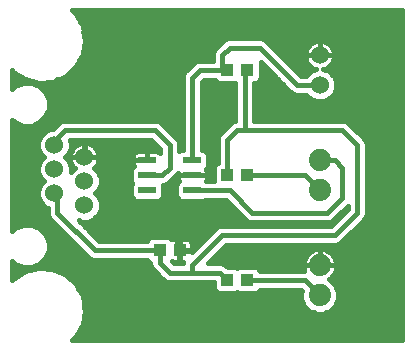
<source format=gtl>
G75*
%MOIN*%
%OFA0B0*%
%FSLAX24Y24*%
%IPPOS*%
%LPD*%
%AMOC8*
5,1,8,0,0,1.08239X$1,22.5*
%
%ADD10C,0.0600*%
%ADD11R,0.0600X0.0230*%
%ADD12R,0.0433X0.0394*%
%ADD13C,0.0740*%
%ADD14C,0.0160*%
%ADD15C,0.0376*%
D10*
X004418Y005096D03*
X004418Y005899D03*
X004418Y006702D03*
X003418Y006301D03*
X003418Y005498D03*
X003418Y007104D03*
X012262Y009100D03*
X012262Y010100D03*
D11*
X008012Y006600D03*
X008012Y006100D03*
X008012Y005600D03*
X006512Y005600D03*
X006512Y006100D03*
X006512Y006600D03*
D12*
X009178Y006100D03*
X009847Y006100D03*
X007597Y003600D03*
X006928Y003600D03*
X009178Y002600D03*
X009847Y002600D03*
X009847Y009600D03*
X009178Y009600D03*
D13*
X012262Y006600D03*
X012262Y005600D03*
X012262Y003100D03*
X012262Y002100D03*
D14*
X002012Y002596D02*
X002012Y003230D01*
X002109Y003134D01*
X002370Y003025D01*
X002654Y003025D01*
X002916Y003134D01*
X003116Y003334D01*
X003225Y003596D01*
X003225Y003880D01*
X003116Y004141D01*
X002916Y004342D01*
X002654Y004450D01*
X002370Y004450D01*
X002109Y004342D01*
X002012Y004245D01*
X002012Y007955D01*
X002109Y007858D01*
X002370Y007750D01*
X002654Y007750D01*
X002916Y007858D01*
X003116Y008059D01*
X003225Y008320D01*
X003225Y008604D01*
X003116Y008866D01*
X002916Y009066D01*
X002654Y009175D01*
X002370Y009175D01*
X002109Y009066D01*
X002012Y008970D01*
X002012Y009604D01*
X002050Y009555D01*
X002050Y009555D01*
X002050Y009555D01*
X002442Y009300D01*
X002895Y009185D01*
X003361Y009223D01*
X003789Y009411D01*
X004133Y009728D01*
X004355Y010139D01*
X004432Y010600D01*
X004355Y011061D01*
X004133Y011472D01*
X004133Y011472D01*
X004133Y011472D01*
X003994Y011600D01*
X015012Y011600D01*
X015012Y000600D01*
X003994Y000600D01*
X004133Y000728D01*
X004355Y001139D01*
X004432Y001600D01*
X004355Y002061D01*
X004133Y002472D01*
X004133Y002472D01*
X003789Y002789D01*
X003361Y002977D01*
X002895Y003015D01*
X002895Y003015D01*
X002442Y002900D01*
X002442Y002900D01*
X002050Y002645D01*
X002012Y002596D01*
X002012Y002636D02*
X002044Y002636D01*
X002050Y002645D02*
X002050Y002645D01*
X002050Y002645D01*
X002012Y002795D02*
X002280Y002795D01*
X002012Y002953D02*
X002650Y002953D01*
X002862Y003112D02*
X006611Y003112D01*
X006608Y003121D02*
X006656Y003003D01*
X007081Y002579D01*
X007199Y002530D01*
X008721Y002530D01*
X008721Y002355D01*
X008758Y002267D01*
X008825Y002200D01*
X008913Y002163D01*
X009442Y002163D01*
X009512Y002192D01*
X009583Y002163D01*
X010111Y002163D01*
X010199Y002200D01*
X010267Y002267D01*
X010272Y002280D01*
X011630Y002280D01*
X011663Y002247D01*
X011652Y002221D01*
X011652Y001979D01*
X011745Y001754D01*
X011917Y001583D01*
X012141Y001490D01*
X012384Y001490D01*
X012608Y001583D01*
X012779Y001754D01*
X012872Y001979D01*
X012872Y002221D01*
X012779Y002446D01*
X012608Y002617D01*
X012560Y002637D01*
X012621Y002680D01*
X012682Y002742D01*
X012733Y002812D01*
X012772Y002889D01*
X012799Y002971D01*
X012812Y003057D01*
X012812Y003100D01*
X012812Y003143D01*
X012799Y003229D01*
X012772Y003311D01*
X012733Y003388D01*
X012682Y003458D01*
X012621Y003520D01*
X012550Y003570D01*
X012473Y003610D01*
X012391Y003636D01*
X012305Y003650D01*
X012262Y003650D01*
X012219Y003650D01*
X012133Y003636D01*
X012051Y003610D01*
X011974Y003570D01*
X011904Y003520D01*
X011843Y003458D01*
X011792Y003388D01*
X011753Y003311D01*
X011726Y003229D01*
X011712Y003143D01*
X011712Y003100D01*
X011712Y003057D01*
X011726Y002971D01*
X011742Y002920D01*
X010272Y002920D01*
X010267Y002933D01*
X010199Y003000D01*
X010111Y003037D01*
X009583Y003037D01*
X009512Y003008D01*
X009442Y003037D01*
X009193Y003037D01*
X009109Y003121D01*
X008991Y003170D01*
X008535Y003170D01*
X009145Y003780D01*
X012826Y003780D01*
X012943Y003829D01*
X013693Y004579D01*
X013783Y004669D01*
X013832Y004786D01*
X013832Y007164D01*
X013783Y007281D01*
X013693Y007371D01*
X013283Y007781D01*
X013193Y007871D01*
X013076Y007920D01*
X010082Y007920D01*
X010082Y009163D01*
X010111Y009163D01*
X010199Y009200D01*
X010267Y009267D01*
X010303Y009355D01*
X010303Y009845D01*
X010295Y009865D01*
X011241Y008919D01*
X011331Y008829D01*
X011449Y008780D01*
X011819Y008780D01*
X011956Y008642D01*
X012155Y008560D01*
X012370Y008560D01*
X012568Y008642D01*
X012720Y008794D01*
X012802Y008993D01*
X012802Y009207D01*
X012720Y009406D01*
X012568Y009558D01*
X012383Y009635D01*
X012446Y009655D01*
X012514Y009689D01*
X012575Y009734D01*
X012628Y009787D01*
X012673Y009848D01*
X012707Y009916D01*
X012730Y009988D01*
X012742Y010062D01*
X012742Y010100D01*
X012262Y010100D01*
X011782Y010100D01*
X011782Y010062D01*
X011794Y009988D01*
X011817Y009916D01*
X011852Y009848D01*
X011896Y009787D01*
X011950Y009734D01*
X012011Y009689D01*
X012078Y009655D01*
X012142Y009635D01*
X011956Y009558D01*
X011819Y009420D01*
X011645Y009420D01*
X010443Y010621D01*
X010326Y010670D01*
X009199Y010670D01*
X009081Y010621D01*
X008991Y010531D01*
X008741Y010281D01*
X008692Y010164D01*
X008692Y009920D01*
X008199Y009920D01*
X008081Y009871D01*
X007991Y009781D01*
X007741Y009531D01*
X007692Y009414D01*
X007692Y006955D01*
X007664Y006955D01*
X007582Y006921D01*
X007582Y007164D01*
X007533Y007281D01*
X006943Y007871D01*
X006826Y007920D01*
X003699Y007920D01*
X003581Y007871D01*
X003491Y007781D01*
X003354Y007644D01*
X003310Y007644D01*
X003112Y007562D01*
X002960Y007410D01*
X002878Y007211D01*
X002878Y006997D01*
X002960Y006798D01*
X003056Y006702D01*
X002960Y006607D01*
X002878Y006408D01*
X002878Y006193D01*
X002960Y005995D01*
X003056Y005899D01*
X002960Y005804D01*
X002878Y005605D01*
X002878Y005390D01*
X002960Y005192D01*
X003112Y005040D01*
X003192Y005007D01*
X003192Y004786D01*
X003241Y004669D01*
X004581Y003329D01*
X004699Y003280D01*
X006502Y003280D01*
X006508Y003267D01*
X006575Y003200D01*
X006608Y003186D01*
X006608Y003121D01*
X006506Y003270D02*
X003052Y003270D01*
X003155Y003429D02*
X004481Y003429D01*
X004323Y003587D02*
X003221Y003587D01*
X003225Y003746D02*
X004164Y003746D01*
X004006Y003904D02*
X003214Y003904D01*
X003149Y004063D02*
X003847Y004063D01*
X003689Y004221D02*
X003037Y004221D01*
X002825Y004380D02*
X003530Y004380D01*
X003372Y004538D02*
X002012Y004538D01*
X002012Y004697D02*
X003229Y004697D01*
X003192Y004855D02*
X002012Y004855D01*
X002012Y005014D02*
X003175Y005014D01*
X002980Y005172D02*
X002012Y005172D01*
X002012Y005331D02*
X002902Y005331D01*
X002878Y005489D02*
X002012Y005489D01*
X002012Y005648D02*
X002895Y005648D01*
X002962Y005806D02*
X002012Y005806D01*
X002012Y005965D02*
X002990Y005965D01*
X002907Y006123D02*
X002012Y006123D01*
X002012Y006282D02*
X002878Y006282D01*
X002891Y006440D02*
X002012Y006440D01*
X002012Y006599D02*
X002957Y006599D01*
X003001Y006757D02*
X002012Y006757D01*
X002012Y006916D02*
X002911Y006916D01*
X002878Y007074D02*
X002012Y007074D01*
X002012Y007233D02*
X002886Y007233D01*
X002952Y007391D02*
X002012Y007391D01*
X002012Y007550D02*
X003100Y007550D01*
X003418Y007708D02*
X002012Y007708D01*
X002012Y007867D02*
X002100Y007867D01*
X002924Y007867D02*
X003576Y007867D01*
X003491Y007781D02*
X003491Y007781D01*
X003762Y007600D02*
X006762Y007600D01*
X007262Y007100D01*
X007262Y006350D01*
X007012Y006100D01*
X006512Y006100D01*
X005972Y006123D02*
X004910Y006123D01*
X004876Y006205D02*
X004737Y006343D01*
X004784Y006390D01*
X004828Y006451D01*
X004863Y006518D01*
X004886Y006590D01*
X004898Y006665D01*
X004898Y006694D01*
X004426Y006694D01*
X004426Y006711D01*
X004409Y006711D01*
X004409Y006694D01*
X003938Y006694D01*
X003938Y006665D01*
X003950Y006590D01*
X003973Y006518D01*
X004007Y006451D01*
X004052Y006390D01*
X004098Y006343D01*
X003960Y006205D01*
X003958Y006200D01*
X003958Y006408D01*
X003876Y006607D01*
X003780Y006702D01*
X003876Y006798D01*
X003958Y006997D01*
X003958Y007211D01*
X003929Y007280D01*
X006630Y007280D01*
X006942Y006967D01*
X006942Y006840D01*
X006923Y006859D01*
X006882Y006883D01*
X006836Y006895D01*
X006512Y006895D01*
X006189Y006895D01*
X006143Y006883D01*
X006102Y006859D01*
X006068Y006826D01*
X006044Y006784D01*
X006032Y006739D01*
X006032Y006600D01*
X006512Y006600D01*
X006032Y006600D01*
X006032Y006461D01*
X006044Y006416D01*
X006055Y006397D01*
X006009Y006351D01*
X005972Y006263D01*
X005972Y005937D01*
X006008Y005850D01*
X005972Y005763D01*
X005972Y005437D01*
X006009Y005349D01*
X006076Y005282D01*
X006164Y005245D01*
X006860Y005245D01*
X006948Y005282D01*
X007016Y005349D01*
X007052Y005437D01*
X007052Y005763D01*
X007045Y005780D01*
X007076Y005780D01*
X007193Y005829D01*
X007443Y006079D01*
X007532Y006167D01*
X007532Y006100D01*
X008012Y006100D01*
X007532Y006100D01*
X007532Y005961D01*
X007544Y005916D01*
X007555Y005897D01*
X007509Y005851D01*
X007472Y005763D01*
X007472Y005437D01*
X007509Y005349D01*
X007576Y005282D01*
X007664Y005245D01*
X008360Y005245D01*
X008444Y005280D01*
X009130Y005280D01*
X009831Y004579D01*
X009949Y004530D01*
X012576Y004530D01*
X012693Y004579D01*
X012783Y004669D01*
X013192Y005077D01*
X013192Y004983D01*
X012630Y004420D01*
X008949Y004420D01*
X008831Y004371D01*
X008741Y004281D01*
X007993Y003534D01*
X007993Y003582D01*
X007615Y003582D01*
X007615Y003618D01*
X007993Y003618D01*
X007993Y003821D01*
X007981Y003866D01*
X007957Y003907D01*
X007924Y003941D01*
X007883Y003965D01*
X007837Y003977D01*
X007615Y003977D01*
X007615Y003618D01*
X007578Y003618D01*
X007578Y003977D01*
X007357Y003977D01*
X007315Y003966D01*
X007280Y004000D01*
X007192Y004037D01*
X006663Y004037D01*
X006575Y004000D01*
X006508Y003933D01*
X006502Y003920D01*
X004895Y003920D01*
X004222Y004593D01*
X004310Y004556D01*
X004525Y004556D01*
X004724Y004638D01*
X004876Y004790D01*
X004958Y004989D01*
X004958Y005203D01*
X004876Y005402D01*
X004780Y005498D01*
X004876Y005593D01*
X004958Y005792D01*
X004958Y006007D01*
X004876Y006205D01*
X004799Y006282D02*
X005980Y006282D01*
X006038Y006440D02*
X004820Y006440D01*
X004887Y006599D02*
X006032Y006599D01*
X006037Y006757D02*
X004895Y006757D01*
X004898Y006740D02*
X004886Y006815D01*
X004863Y006887D01*
X004828Y006954D01*
X004784Y007015D01*
X004730Y007068D01*
X004669Y007113D01*
X004602Y007147D01*
X004530Y007171D01*
X004455Y007182D01*
X004426Y007182D01*
X004426Y006711D01*
X004898Y006711D01*
X004898Y006740D01*
X004848Y006916D02*
X006942Y006916D01*
X006836Y007074D02*
X004723Y007074D01*
X004426Y007074D02*
X004409Y007074D01*
X004409Y007182D02*
X004380Y007182D01*
X004305Y007171D01*
X004233Y007147D01*
X004166Y007113D01*
X004105Y007068D01*
X004052Y007015D01*
X004007Y006954D01*
X003973Y006887D01*
X003950Y006815D01*
X003938Y006740D01*
X003938Y006711D01*
X004409Y006711D01*
X004409Y007182D01*
X004409Y006916D02*
X004426Y006916D01*
X004409Y006757D02*
X004426Y006757D01*
X004418Y006702D02*
X005410Y006702D01*
X005512Y006600D01*
X005512Y005350D01*
X005762Y005100D01*
X007012Y005100D01*
X007012Y004850D01*
X007512Y004350D01*
X008012Y004350D01*
X007959Y003904D02*
X008364Y003904D01*
X008522Y004063D02*
X004752Y004063D01*
X004594Y004221D02*
X008681Y004221D01*
X008851Y004380D02*
X004435Y004380D01*
X004277Y004538D02*
X009929Y004538D01*
X009713Y004697D02*
X004782Y004697D01*
X004902Y004855D02*
X009555Y004855D01*
X009396Y005014D02*
X004958Y005014D01*
X004958Y005172D02*
X009238Y005172D01*
X009262Y005600D02*
X008012Y005600D01*
X007527Y005331D02*
X006997Y005331D01*
X007052Y005489D02*
X007472Y005489D01*
X007262Y005350D02*
X007012Y005100D01*
X007262Y005350D02*
X007262Y005850D01*
X007512Y006100D01*
X008012Y006100D01*
X008012Y006100D01*
X008492Y006100D01*
X008492Y006239D01*
X008480Y006284D01*
X008469Y006303D01*
X008516Y006349D01*
X008552Y006437D01*
X008552Y006763D01*
X008516Y006851D01*
X008448Y006918D01*
X008360Y006955D01*
X008332Y006955D01*
X008332Y009217D01*
X008395Y009280D01*
X008752Y009280D01*
X008758Y009267D01*
X008825Y009200D01*
X008913Y009163D01*
X009442Y009163D01*
X009442Y009163D01*
X009442Y007917D01*
X009331Y007871D01*
X008996Y007537D01*
X008906Y007447D01*
X008858Y007329D01*
X008858Y006514D01*
X008825Y006500D01*
X008758Y006433D01*
X008721Y006345D01*
X008721Y005920D01*
X008481Y005920D01*
X008492Y005961D01*
X008492Y006100D01*
X008012Y006100D01*
X008012Y006100D01*
X007532Y006123D02*
X007488Y006123D01*
X007532Y005965D02*
X007329Y005965D01*
X007490Y005806D02*
X007139Y005806D01*
X007052Y005648D02*
X007472Y005648D01*
X008492Y005965D02*
X008721Y005965D01*
X008721Y006123D02*
X008492Y006123D01*
X008481Y006282D02*
X008721Y006282D01*
X008765Y006440D02*
X008552Y006440D01*
X008552Y006599D02*
X008858Y006599D01*
X008858Y006757D02*
X008552Y006757D01*
X008451Y006916D02*
X008858Y006916D01*
X008858Y007074D02*
X008332Y007074D01*
X008332Y007233D02*
X008858Y007233D01*
X008883Y007391D02*
X008332Y007391D01*
X008332Y007550D02*
X009009Y007550D01*
X009168Y007708D02*
X008332Y007708D01*
X008332Y007867D02*
X009326Y007867D01*
X009442Y008025D02*
X008332Y008025D01*
X008332Y008184D02*
X009442Y008184D01*
X009442Y008342D02*
X008332Y008342D01*
X008332Y008501D02*
X009442Y008501D01*
X009442Y008659D02*
X008332Y008659D01*
X008332Y008818D02*
X009442Y008818D01*
X009442Y008976D02*
X008332Y008976D01*
X008332Y009135D02*
X009442Y009135D01*
X009762Y009515D02*
X009762Y007600D01*
X010012Y007600D01*
X013012Y007600D01*
X013512Y007100D01*
X013512Y004850D01*
X012762Y004100D01*
X009012Y004100D01*
X008012Y003100D01*
X008012Y002850D01*
X007262Y002850D01*
X006928Y003185D01*
X006928Y003600D01*
X004762Y003600D01*
X003512Y004850D01*
X003512Y005403D01*
X003418Y005498D01*
X003958Y006282D02*
X004036Y006282D01*
X004015Y006440D02*
X003945Y006440D01*
X003948Y006599D02*
X003879Y006599D01*
X003834Y006757D02*
X003940Y006757D01*
X003924Y006916D02*
X003988Y006916D01*
X003958Y007074D02*
X004113Y007074D01*
X003949Y007233D02*
X006677Y007233D01*
X006512Y006895D02*
X006512Y006600D01*
X006512Y006600D01*
X006512Y006895D01*
X006512Y006757D02*
X006512Y006757D01*
X006512Y006600D02*
X006512Y006600D01*
X005512Y006600D01*
X005972Y005965D02*
X004958Y005965D01*
X004958Y005806D02*
X005990Y005806D01*
X005972Y005648D02*
X004898Y005648D01*
X004788Y005489D02*
X005972Y005489D01*
X006027Y005331D02*
X004905Y005331D01*
X003418Y007104D02*
X003418Y007256D01*
X003762Y007600D01*
X003083Y008025D02*
X007692Y008025D01*
X007692Y007867D02*
X006948Y007867D01*
X007107Y007708D02*
X007692Y007708D01*
X007692Y007550D02*
X007265Y007550D01*
X007424Y007391D02*
X007692Y007391D01*
X007692Y007233D02*
X007554Y007233D01*
X007582Y007074D02*
X007692Y007074D01*
X008012Y006600D02*
X008012Y009350D01*
X008262Y009600D01*
X009178Y009600D01*
X009012Y009685D01*
X009012Y010100D01*
X009262Y010350D01*
X010262Y010350D01*
X011512Y009100D01*
X012262Y009100D01*
X012767Y009293D02*
X015012Y009293D01*
X015012Y009452D02*
X012674Y009452D01*
X012442Y009610D02*
X015012Y009610D01*
X015012Y009769D02*
X012610Y009769D01*
X012711Y009927D02*
X015012Y009927D01*
X015012Y010086D02*
X012742Y010086D01*
X012742Y010100D02*
X012742Y010138D01*
X012730Y010212D01*
X012707Y010284D01*
X012673Y010352D01*
X012628Y010413D01*
X012575Y010466D01*
X012514Y010511D01*
X012446Y010545D01*
X012375Y010568D01*
X012300Y010580D01*
X012262Y010580D01*
X012224Y010580D01*
X012150Y010568D01*
X012078Y010545D01*
X012011Y010511D01*
X011950Y010466D01*
X011896Y010413D01*
X011852Y010352D01*
X011817Y010284D01*
X011794Y010212D01*
X011782Y010138D01*
X011782Y010100D01*
X012262Y010100D01*
X012262Y010100D01*
X012262Y010580D01*
X012262Y010100D01*
X012262Y010100D01*
X012742Y010100D01*
X012720Y010244D02*
X015012Y010244D01*
X015012Y010403D02*
X012636Y010403D01*
X012397Y010561D02*
X015012Y010561D01*
X015012Y010720D02*
X004412Y010720D01*
X004426Y010561D02*
X009021Y010561D01*
X008862Y010403D02*
X004399Y010403D01*
X004373Y010244D02*
X008725Y010244D01*
X008692Y010086D02*
X004326Y010086D01*
X004355Y010139D02*
X004355Y010139D01*
X004241Y009927D02*
X008692Y009927D01*
X009012Y009600D02*
X009178Y009600D01*
X009762Y009515D02*
X009847Y009600D01*
X010303Y009610D02*
X010550Y009610D01*
X010708Y009452D02*
X010303Y009452D01*
X010278Y009293D02*
X010867Y009293D01*
X011025Y009135D02*
X010082Y009135D01*
X010082Y008976D02*
X011184Y008976D01*
X011358Y008818D02*
X010082Y008818D01*
X010082Y008659D02*
X011940Y008659D01*
X012585Y008659D02*
X015012Y008659D01*
X015012Y008501D02*
X010082Y008501D01*
X010082Y008342D02*
X015012Y008342D01*
X015012Y008184D02*
X010082Y008184D01*
X010082Y008025D02*
X015012Y008025D01*
X015012Y007867D02*
X013198Y007867D01*
X013283Y007781D02*
X013283Y007781D01*
X013357Y007708D02*
X015012Y007708D01*
X015012Y007550D02*
X013515Y007550D01*
X013674Y007391D02*
X015012Y007391D01*
X015012Y007233D02*
X013804Y007233D01*
X013693Y007371D02*
X013693Y007371D01*
X013832Y007074D02*
X015012Y007074D01*
X015012Y006916D02*
X013832Y006916D01*
X013832Y006757D02*
X015012Y006757D01*
X015012Y006599D02*
X013832Y006599D01*
X013832Y006440D02*
X015012Y006440D01*
X015012Y006282D02*
X013832Y006282D01*
X013832Y006123D02*
X015012Y006123D01*
X015012Y005965D02*
X013832Y005965D01*
X013832Y005806D02*
X015012Y005806D01*
X015012Y005648D02*
X013832Y005648D01*
X013832Y005489D02*
X015012Y005489D01*
X015012Y005331D02*
X013832Y005331D01*
X013832Y005172D02*
X015012Y005172D01*
X015012Y005014D02*
X013832Y005014D01*
X013832Y004855D02*
X015012Y004855D01*
X015012Y004697D02*
X013795Y004697D01*
X013653Y004538D02*
X015012Y004538D01*
X015012Y004380D02*
X013494Y004380D01*
X013336Y004221D02*
X015012Y004221D01*
X015012Y004063D02*
X013177Y004063D01*
X013019Y003904D02*
X015012Y003904D01*
X015012Y003746D02*
X009110Y003746D01*
X008952Y003587D02*
X012007Y003587D01*
X011821Y003429D02*
X008793Y003429D01*
X008635Y003270D02*
X011739Y003270D01*
X011712Y003112D02*
X009119Y003112D01*
X008928Y002850D02*
X008012Y002850D01*
X007695Y003170D02*
X007395Y003170D01*
X007336Y003229D01*
X007357Y003223D01*
X007578Y003223D01*
X007578Y003582D01*
X007615Y003582D01*
X007615Y003223D01*
X007717Y003223D01*
X007695Y003170D01*
X007615Y003270D02*
X007578Y003270D01*
X007578Y003429D02*
X007615Y003429D01*
X007615Y003587D02*
X008047Y003587D01*
X007993Y003746D02*
X008205Y003746D01*
X007615Y003746D02*
X007578Y003746D01*
X007512Y003685D02*
X007512Y004350D01*
X007578Y003904D02*
X007615Y003904D01*
X007512Y003685D02*
X007597Y003600D01*
X006707Y002953D02*
X003414Y002953D01*
X003361Y002977D02*
X003361Y002977D01*
X003776Y002795D02*
X006865Y002795D01*
X007024Y002636D02*
X003955Y002636D01*
X003789Y002789D02*
X003789Y002789D01*
X004127Y002478D02*
X008721Y002478D01*
X008736Y002319D02*
X004216Y002319D01*
X004301Y002161D02*
X011652Y002161D01*
X011652Y002002D02*
X004365Y002002D01*
X004355Y002061D02*
X004355Y002061D01*
X004392Y001844D02*
X011708Y001844D01*
X011815Y001685D02*
X004418Y001685D01*
X004420Y001527D02*
X012053Y001527D01*
X012472Y001527D02*
X015012Y001527D01*
X015012Y001685D02*
X012710Y001685D01*
X012816Y001844D02*
X015012Y001844D01*
X015012Y002002D02*
X012872Y002002D01*
X012872Y002161D02*
X015012Y002161D01*
X015012Y002319D02*
X012832Y002319D01*
X012747Y002478D02*
X015012Y002478D01*
X015012Y002636D02*
X012562Y002636D01*
X012720Y002795D02*
X015012Y002795D01*
X015012Y002953D02*
X012793Y002953D01*
X012812Y003100D02*
X012262Y003100D01*
X011712Y003100D01*
X012262Y003100D01*
X012262Y003100D01*
X012262Y003650D01*
X012262Y003100D01*
X012262Y003100D01*
X012812Y003100D01*
X012812Y003112D02*
X015012Y003112D01*
X015012Y003270D02*
X012785Y003270D01*
X012703Y003429D02*
X015012Y003429D01*
X015012Y003587D02*
X012518Y003587D01*
X012262Y003587D02*
X012262Y003587D01*
X012262Y003429D02*
X012262Y003429D01*
X012262Y003270D02*
X012262Y003270D01*
X012262Y003112D02*
X012262Y003112D01*
X012262Y003100D02*
X012262Y003100D01*
X011732Y002953D02*
X010247Y002953D01*
X009847Y002600D02*
X011762Y002600D01*
X012262Y002100D01*
X015012Y001368D02*
X004393Y001368D01*
X004367Y001210D02*
X015012Y001210D01*
X015012Y001051D02*
X004308Y001051D01*
X004355Y001139D02*
X004355Y001139D01*
X004222Y000893D02*
X015012Y000893D01*
X015012Y000734D02*
X004136Y000734D01*
X004133Y000728D02*
X004133Y000728D01*
X002163Y003112D02*
X002012Y003112D01*
X002012Y004380D02*
X002200Y004380D01*
X003168Y008184D02*
X007692Y008184D01*
X007692Y008342D02*
X003225Y008342D01*
X003225Y008501D02*
X007692Y008501D01*
X007692Y008659D02*
X003202Y008659D01*
X003136Y008818D02*
X007692Y008818D01*
X007692Y008976D02*
X003006Y008976D01*
X002895Y009185D02*
X002895Y009185D01*
X002751Y009135D02*
X007692Y009135D01*
X007692Y009293D02*
X003519Y009293D01*
X003361Y009223D02*
X003361Y009223D01*
X003789Y009411D02*
X003789Y009411D01*
X003833Y009452D02*
X007708Y009452D01*
X007820Y009610D02*
X004005Y009610D01*
X004133Y009728D02*
X004133Y009728D01*
X004155Y009769D02*
X007978Y009769D01*
X010303Y009769D02*
X010391Y009769D01*
X010821Y010244D02*
X011804Y010244D01*
X011782Y010086D02*
X010979Y010086D01*
X011138Y009927D02*
X011814Y009927D01*
X011915Y009769D02*
X011296Y009769D01*
X011455Y009610D02*
X012082Y009610D01*
X011850Y009452D02*
X011613Y009452D01*
X012262Y010100D02*
X012262Y010100D01*
X012262Y010244D02*
X012262Y010244D01*
X012262Y010403D02*
X012262Y010403D01*
X012262Y010561D02*
X012262Y010561D01*
X012128Y010561D02*
X010504Y010561D01*
X010662Y010403D02*
X011889Y010403D01*
X012802Y009135D02*
X015012Y009135D01*
X015012Y008976D02*
X012795Y008976D01*
X012730Y008818D02*
X015012Y008818D01*
X015012Y010878D02*
X004386Y010878D01*
X004359Y011037D02*
X015012Y011037D01*
X015012Y011195D02*
X004283Y011195D01*
X004355Y011061D02*
X004355Y011061D01*
X004197Y011354D02*
X015012Y011354D01*
X015012Y011512D02*
X004090Y011512D01*
X002209Y009452D02*
X002012Y009452D01*
X002012Y009293D02*
X002468Y009293D01*
X002442Y009300D02*
X002442Y009300D01*
X002274Y009135D02*
X002012Y009135D01*
X002012Y008976D02*
X002018Y008976D01*
X009178Y007265D02*
X009178Y006100D01*
X009262Y005600D02*
X010012Y004850D01*
X012512Y004850D01*
X013012Y005350D01*
X013012Y006350D01*
X012762Y006600D01*
X012262Y006600D01*
X011762Y006100D02*
X009847Y006100D01*
X009178Y007265D02*
X009512Y007600D01*
X009762Y007600D01*
X011762Y006100D02*
X012262Y005600D01*
X012970Y004855D02*
X013065Y004855D01*
X012906Y004697D02*
X012811Y004697D01*
X012748Y004538D02*
X012595Y004538D01*
X013128Y005014D02*
X013192Y005014D01*
X009178Y002600D02*
X008928Y002850D01*
D15*
X008012Y004350D03*
M02*

</source>
